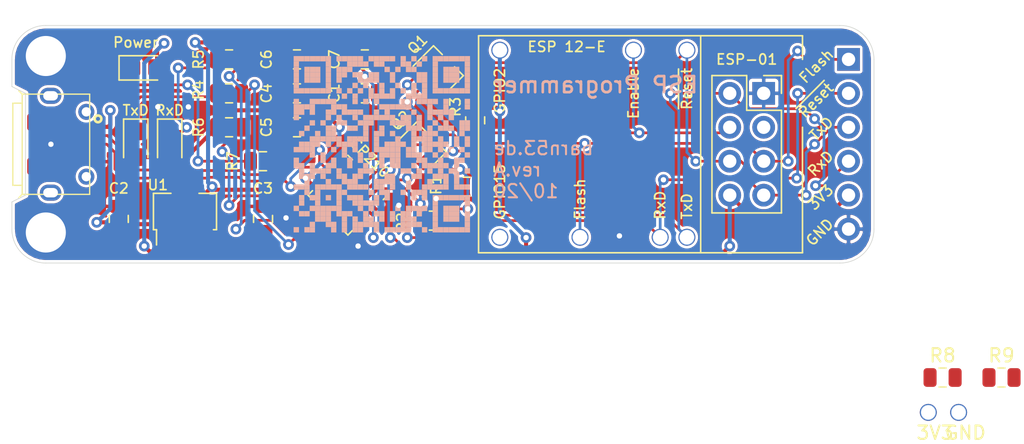
<source format=kicad_pcb>
(kicad_pcb (version 20171130) (host pcbnew "(5.1.6-0-10_14)")
  (layers (0 F.Cu signal) (31 B.Cu signal) (34 B.Paste user) (35 F.Paste user) (36 B.SilkS user hide) (37 F.SilkS user) (38 B.Mask user) (39 F.Mask user) (44 Edge.Cuts user))
  (net 0 "")
  (net 1 GND)
  (net 2 /~Reset)
  (net 3 /VBus)
  (net 4 /3V3)
  (net 5 /VDD)
  (net 6 "Net-(C7-Pad1)")
  (net 7 "Net-(D1-Pad1)")
  (net 8 "Net-(D2-Pad1)")
  (net 9 /D-)
  (net 10 /D+)
  (net 11 "Net-(J1-Pad4)")
  (net 12 /TxD)
  (net 13 /Flash)
  (net 14 /RxD)
  (net 15 /RTS)
  (net 16 "Net-(Q1-Pad1)")
  (net 17 /DTR)
  (net 18 "Net-(Q2-Pad1)")
  (net 19 /GPIO.0)
  (net 20 /GPIO.1)
  (net 21 "Net-(U2-Pad24)")
  (net 22 "Net-(U2-Pad22)")
  (net 23 "Net-(U2-Pad18)")
  (net 24 "Net-(U2-Pad17)")
  (net 25 "Net-(U2-Pad15)")
  (net 26 "Net-(U2-Pad12)")
  (net 27 "Net-(U2-Pad11)")
  (net 28 "Net-(U2-Pad10)")
  (net 29 "Net-(U2-Pad1)")
  (net 30 /Enable)
  (net 31 "Net-(R6-Pad2)")
  (net 32 "Net-(D3-Pad1)")
  (net 33 /GPIO2)
  (net 34 /GPIO15)
  (module Resistor_SMD:R_0805_2012Metric (layer F.Cu) (at 136.544001 115.246001)
    (fp_text reference R9 (at 0 -1.65) (layer F.SilkS))
    (fp_text value 10k)
    (pad 2 smd roundrect (at 0.9375 0) (size 0.975 1.4) (layers F.Cu F.Paste F.Mask) (net 34 /GPIO15))
    (pad 1 smd roundrect (at -0.9375 0) (size 0.975 1.4) (layers F.Cu F.Paste F.Mask) (net 1 GND))
  )
  (module Resistor_SMD:R_0805_2012Metric (layer F.Cu) (at 132.134001 115.246001)
    (fp_text reference R8 (at 0 -1.65) (layer F.SilkS))
    (fp_text value 10k)
    (pad 2 smd roundrect (at 0.9375 0) (size 0.975 1.4) (layers F.Cu F.Paste F.Mask) (net 4 /3V3))
    (pad 1 smd roundrect (at -0.9375 0) (size 0.975 1.4) (layers F.Cu F.Paste F.Mask) (net 33 /GPIO2))
  )
  (module barn53-kicad:PogoPin_vertical (layer F.Cu) (at 133.334 117.856)
    (fp_text reference J12 hide)
    (fp_text value GND (at 0.508 1.524) (layer F.SilkS))
    (pad 1 thru_hole circle (at 0 0) (size 1.27 1.27) (drill 1.0922) (layers *.Cu *.Mask) (net 1 GND))
  )
  (module barn53-kicad:PogoPin_vertical (layer F.Cu) (at 131.064 117.856)
    (fp_text reference J11 hide)
    (fp_text value 3V3 (at 0.508 1.524) (layer F.SilkS))
    (pad 1 thru_hole circle (at 0 0) (size 1.27 1.27) (drill 1.0922) (layers *.Cu *.Mask) (net 4 /3V3))
  )
  (module Connector_PinHeader_2.54mm:PinHeader_1x06_P2.54mm_Vertical (layer F.Cu) (at 125.095 91.44)
    (fp_text reference J10 hide)
    (fp_text value Conn_01x06)
    (pad 1 thru_hole rect (at 0 0) (size 1.7 1.7) (drill 1) (layers *.Cu *.Mask) (net 13 /Flash))
    (pad 2 thru_hole oval (at 0 2.54) (size 1.7 1.7) (drill 1) (layers *.Cu *.Mask) (net 2 /~Reset))
    (pad 3 thru_hole oval (at 0 5.08) (size 1.7 1.7) (drill 1) (layers *.Cu *.Mask) (net 12 /TxD))
    (pad 4 thru_hole oval (at 0 7.62) (size 1.7 1.7) (drill 1) (layers *.Cu *.Mask) (net 14 /RxD))
    (pad 5 thru_hole oval (at 0 10.16) (size 1.7 1.7) (drill 1) (layers *.Cu *.Mask) (net 4 /3V3))
    (pad 6 thru_hole oval (at 0 12.7) (size 1.7 1.7) (drill 1) (layers *.Cu *.Mask) (net 1 GND))
  )
  (module https:__barn53.de_esp-programmer (layer B.Cu) (at 90.17 97.79 180)
    (fp_text reference QR***** hide)
    (fp_text value https://barn53.de/esp-programmer hide)
  )
  (module barn53-kicad:PogoPin_vertical (layer F.Cu) (at 99 104.75)
    (fp_text reference J8 hide)
    (fp_text value GPIO15 (at 0 -1.25 90) (layer F.SilkS) (effects (font (size 0.762 0.762) (thickness 0.127)) (justify left)))
    (pad 1 thru_hole circle (at 0 0) (size 1.27 1.27) (drill 1.0922) (layers *.Cu *.Mask) (net 34 /GPIO15))
  )
  (module barn53-kicad:PogoPin_vertical (layer F.Cu) (at 99 90.75)
    (fp_text reference J7 hide)
    (fp_text value GPIO2 (at 0 1.25 90) (layer F.SilkS) (effects (font (size 0.762 0.762) (thickness 0.127)) (justify right)))
    (pad 1 thru_hole circle (at 0 0) (size 1.27 1.27) (drill 1.0922) (layers *.Cu *.Mask) (net 33 /GPIO2))
  )
  (module barn53-kicad:PogoPin_vertical (layer F.Cu) (at 105 104.75)
    (fp_text reference J6 hide)
    (fp_text value Flash (at 0 -1.25 90) (layer F.SilkS) (effects (font (size 0.762 0.762) (thickness 0.127)) (justify left)))
    (pad 1 thru_hole circle (at 0 0) (size 1.27 1.27) (drill 1.0922) (layers *.Cu *.Mask) (net 13 /Flash))
  )
  (module barn53-kicad:PogoPin_vertical (layer F.Cu) (at 109 90.75)
    (fp_text reference J5 hide)
    (fp_text value Enable (at 0 1.25 90) (layer F.SilkS) (effects (font (size 0.762 0.762) (thickness 0.127)) (justify right)))
    (pad 1 thru_hole circle (at 0 0) (size 1.27 1.27) (drill 1.0922) (layers *.Cu *.Mask) (net 30 /Enable))
  )
  (module barn53-kicad:PogoPin_vertical (layer F.Cu) (at 111 104.75)
    (fp_text reference J4 hide)
    (fp_text value RxD (at 0 -1.25 90) (layer F.SilkS) (effects (font (size 0.762 0.762) (thickness 0.127)) (justify left)))
    (pad 1 thru_hole circle (at 0 0) (size 1.27 1.27) (drill 1.0922) (layers *.Cu *.Mask) (net 12 /TxD))
  )
  (module barn53-kicad:PogoPin_vertical (layer F.Cu) (at 113 104.75)
    (fp_text reference J3 hide)
    (fp_text value TxD (at 0 -1.25 90) (layer F.SilkS) (effects (font (size 0.762 0.762) (thickness 0.127)) (justify left)))
    (pad 1 thru_hole circle (at 0 0) (size 1.27 1.27) (drill 1.0922) (layers *.Cu *.Mask) (net 14 /RxD))
  )
  (module barn53-kicad:PogoPin_vertical (layer F.Cu) (at 113 90.75 270)
    (fp_text reference J2 hide)
    (fp_text value ~Reset (at 1.25 0 90) (layer F.SilkS) (effects (font (size 0.762 0.762) (thickness 0.127)) (justify right)))
    (pad 1 thru_hole circle (at 0 0 270) (size 1.27 1.27) (drill 1.0922) (layers *.Cu *.Mask) (net 2 /~Reset))
  )
  (module Resistor_SMD:R_0805_2012Metric (layer F.Cu) (at 81.28 99.06 180)
    (fp_text reference R7 (at 2.286 0 90) (layer F.SilkS) (effects (font (size 0.762 0.762) (thickness 0.127))))
    (fp_text value 180)
    (pad 1 smd roundrect (at -0.9375 0 180) (size 0.975 1.4) (layers F.Cu F.Paste F.Mask) (net 1 GND))
    (pad 2 smd roundrect (at 0.9375 0 180) (size 0.975 1.4) (layers F.Cu F.Paste F.Mask) (net 32 "Net-(D3-Pad1)"))
  )
  (module LED_SMD:LED_0805_2012Metric_Castellated (layer F.Cu) (at 72.39 92.075)
    (fp_text reference D3 hide)
    (fp_text value Power (at -0.635 -1.905) (layer F.SilkS) (effects (font (size 0.762 0.762) (thickness 0.127))))
    (pad 1 smd roundrect (at -0.9625 0) (size 1.325 1.3) (layers F.Cu F.Paste F.Mask) (roundrect_rratio 0.192308) (net 32 "Net-(D3-Pad1)"))
    (pad 2 smd roundrect (at 0.9625 0) (size 1.325 1.3) (layers F.Cu F.Paste F.Mask) (roundrect_rratio 0.192308) (net 4 /3V3))
  )
  (module Resistor_SMD:R_0805_2012Metric (layer F.Cu) (at 97.155 96 90)
    (fp_text reference R3 (at 1.004 -1.484 90) (layer F.SilkS) (effects (font (size 0.762 0.762) (thickness 0.127))))
    (fp_text value 10k)
    (pad 1 smd roundrect (at -0.9375 0 90) (size 0.975 1.4) (layers F.Cu F.Paste F.Mask) (net 30 /Enable))
    (pad 2 smd roundrect (at 0.9375 0 90) (size 0.975 1.4) (layers F.Cu F.Paste F.Mask) (net 4 /3V3))
  )
  (module Connector_PinSocket_2.54mm:PinSocket_2x04_P2.54mm_Vertical (layer F.Cu) (at 118.745 93.98)
    (fp_text reference J9 hide)
    (fp_text value ESP-01 (at -1.27 -2.54 180) (layer F.SilkS) (effects (font (size 0.762 0.762) (thickness 0.127))))
    (pad 1 thru_hole rect (at 0 0) (size 1.7 1.7) (drill 1) (layers *.Cu *.Mask) (net 1 GND))
    (pad 2 thru_hole oval (at -2.54 0) (size 1.7 1.7) (drill 1) (layers *.Cu *.Mask) (net 14 /RxD))
    (pad 3 thru_hole oval (at 0 2.54) (size 1.7 1.7) (drill 1) (layers *.Cu *.Mask) (net 33 /GPIO2))
    (pad 4 thru_hole oval (at -2.54 2.54) (size 1.7 1.7) (drill 1) (layers *.Cu *.Mask) (net 30 /Enable))
    (pad 5 thru_hole oval (at 0 5.08) (size 1.7 1.7) (drill 1) (layers *.Cu *.Mask) (net 13 /Flash))
    (pad 6 thru_hole oval (at -2.54 5.08) (size 1.7 1.7) (drill 1) (layers *.Cu *.Mask) (net 2 /~Reset))
    (pad 7 thru_hole oval (at 0 7.62) (size 1.7 1.7) (drill 1) (layers *.Cu *.Mask) (net 12 /TxD))
    (pad 8 thru_hole oval (at -2.54 7.62) (size 1.7 1.7) (drill 1) (layers *.Cu *.Mask) (net 4 /3V3))
  )
  (module Package_DFN_QFN:QFN-24-1EP_4x4mm_P0.5mm_EP2.6x2.6mm (layer F.Cu) (at 87.63 101.6 315)
    (fp_text reference U2 hide)
    (fp_text value CP2104 (at -0.449013 -3.14309 315) (layer F.SilkS) (effects (font (size 0.762 0.762) (thickness 0.127))))
    (pad 1 smd roundrect (at -1.9375 -1.25 315) (size 0.825 0.25) (layers F.Cu F.Paste F.Mask) (net 29 "Net-(U2-Pad1)"))
    (pad 2 smd roundrect (at -1.9375 -0.75 315) (size 0.825 0.25) (layers F.Cu F.Paste F.Mask) (net 1 GND))
    (pad 3 smd roundrect (at -1.9375 -0.25 315) (size 0.825 0.25) (layers F.Cu F.Paste F.Mask) (net 10 /D+))
    (pad 4 smd roundrect (at -1.9375 0.25 315) (size 0.825 0.25) (layers F.Cu F.Paste F.Mask) (net 9 /D-))
    (pad 5 smd roundrect (at -1.9375 0.75 315) (size 0.825 0.25) (layers F.Cu F.Paste F.Mask) (net 5 /VDD))
    (pad 6 smd roundrect (at -1.9375 1.25 315) (size 0.825 0.25) (layers F.Cu F.Paste F.Mask) (net 5 /VDD))
    (pad 7 smd roundrect (at -1.25 1.9375 315) (size 0.25 0.825) (layers F.Cu F.Paste F.Mask) (net 3 /VBus))
    (pad 8 smd roundrect (at -0.75 1.9375 315) (size 0.25 0.825) (layers F.Cu F.Paste F.Mask) (net 3 /VBus))
    (pad 9 smd roundrect (at -0.25 1.9375 315) (size 0.25 0.825) (layers F.Cu F.Paste F.Mask) (net 31 "Net-(R6-Pad2)"))
    (pad 10 smd roundrect (at 0.25 1.9375 315) (size 0.25 0.825) (layers F.Cu F.Paste F.Mask) (net 28 "Net-(U2-Pad10)"))
    (pad 11 smd roundrect (at 0.75 1.9375 315) (size 0.25 0.825) (layers F.Cu F.Paste F.Mask) (net 27 "Net-(U2-Pad11)"))
    (pad 12 smd roundrect (at 1.25 1.9375 315) (size 0.25 0.825) (layers F.Cu F.Paste F.Mask) (net 26 "Net-(U2-Pad12)"))
    (pad 13 smd roundrect (at 1.9375 1.25 315) (size 0.825 0.25) (layers F.Cu F.Paste F.Mask) (net 20 /GPIO.1))
    (pad 14 smd roundrect (at 1.9375 0.75 315) (size 0.825 0.25) (layers F.Cu F.Paste F.Mask) (net 19 /GPIO.0))
    (pad 15 smd roundrect (at 1.9375 0.25 315) (size 0.825 0.25) (layers F.Cu F.Paste F.Mask) (net 25 "Net-(U2-Pad15)"))
    (pad 16 smd roundrect (at 1.9375 -0.25 315) (size 0.825 0.25) (layers F.Cu F.Paste F.Mask) (net 6 "Net-(C7-Pad1)"))
    (pad 17 smd roundrect (at 1.9375 -0.75 315) (size 0.825 0.25) (layers F.Cu F.Paste F.Mask) (net 24 "Net-(U2-Pad17)"))
    (pad 18 smd roundrect (at 1.9375 -1.25 315) (size 0.825 0.25) (layers F.Cu F.Paste F.Mask) (net 23 "Net-(U2-Pad18)"))
    (pad 19 smd roundrect (at 1.25 -1.9375 315) (size 0.25 0.825) (layers F.Cu F.Paste F.Mask) (net 15 /RTS))
    (pad 20 smd roundrect (at 0.75 -1.9375 315) (size 0.25 0.825) (layers F.Cu F.Paste F.Mask) (net 14 /RxD))
    (pad 21 smd roundrect (at 0.25 -1.9375 315) (size 0.25 0.825) (layers F.Cu F.Paste F.Mask) (net 12 /TxD))
    (pad 22 smd roundrect (at -0.25 -1.9375 315) (size 0.25 0.825) (layers F.Cu F.Paste F.Mask) (net 22 "Net-(U2-Pad22)"))
    (pad 23 smd roundrect (at -0.75 -1.9375 315) (size 0.25 0.825) (layers F.Cu F.Paste F.Mask) (net 17 /DTR))
    (pad 24 smd roundrect (at -1.25 -1.9375 315) (size 0.25 0.825) (layers F.Cu F.Paste F.Mask) (net 21 "Net-(U2-Pad24)"))
    (pad 25 smd rect (at 0 0 315) (size 2.6 2.6) (layers F.Cu F.Mask) (net 1 GND))
  )
  (module Package_TO_SOT_SMD:SOT-89-3 (layer F.Cu) (at 75.438 103.124 90)
    (fp_text reference U1 (at 2.286 -2.032 180) (layer F.SilkS) (effects (font (size 0.762 0.762) (thickness 0.127))))
    (fp_text value BL8565)
    (pad 1 smd rect (at -1.65 -1.5 90) (size 1.3 0.9) (layers F.Cu F.Paste F.Mask) (net 1 GND))
    (pad 3 smd rect (at -1.65 1.5 90) (size 1.3 0.9) (layers F.Cu F.Paste F.Mask) (net 4 /3V3))
    (pad 2 smd custom (at -1.5625 0 90) (size 1.475 0.9) (layers F.Cu F.Paste F.Mask) (net 3 /VBus) (options (clearance outline) (anchor rect)) (primitives (gr_poly (pts (xy 0.7375 -0.8665) (xy 3.8625 -0.8665) (xy 3.8625 0.8665) (xy 0.7375 0.8665)) (width 0))))
  )
  (module Resistor_SMD:R_0805_2012Metric (layer F.Cu) (at 78.74 96.52)
    (fp_text reference R6 (at -2.286 0 90) (layer F.SilkS) (effects (font (size 0.762 0.762) (thickness 0.127))))
    (fp_text value 4k7)
    (pad 1 smd roundrect (at -0.9375 0) (size 0.975 1.4) (layers F.Cu F.Paste F.Mask) (net 5 /VDD))
    (pad 2 smd roundrect (at 0.9375 0) (size 0.975 1.4) (layers F.Cu F.Paste F.Mask) (net 31 "Net-(R6-Pad2)"))
  )
  (module Resistor_SMD:R_0805_2012Metric (layer F.Cu) (at 78.74 91.44)
    (fp_text reference R5 (at -2.286 0 90) (layer F.SilkS) (effects (font (size 0.762 0.762) (thickness 0.127))))
    (fp_text value 180)
    (pad 1 smd roundrect (at -0.9375 0) (size 0.975 1.4) (layers F.Cu F.Paste F.Mask) (net 8 "Net-(D2-Pad1)"))
    (pad 2 smd roundrect (at 0.9375 0) (size 0.975 1.4) (layers F.Cu F.Paste F.Mask) (net 20 /GPIO.1))
  )
  (module Resistor_SMD:R_0805_2012Metric (layer F.Cu) (at 78.74 93.98)
    (fp_text reference R4 (at -2.286 -0.254 90) (layer F.SilkS) (effects (font (size 0.762 0.762) (thickness 0.127))))
    (fp_text value 180)
    (pad 1 smd roundrect (at -0.9375 0) (size 0.975 1.4) (layers F.Cu F.Paste F.Mask) (net 7 "Net-(D1-Pad1)"))
    (pad 2 smd roundrect (at 0.9375 0) (size 0.975 1.4) (layers F.Cu F.Paste F.Mask) (net 19 /GPIO.0))
  )
  (module Resistor_SMD:R_0805_2012Metric (layer F.Cu) (at 93.98 103.505 180)
    (fp_text reference R2 (at 2.286 -0.127 90) (layer F.SilkS) (effects (font (size 0.762 0.762) (thickness 0.127))))
    (fp_text value 10k)
    (pad 1 smd roundrect (at -0.9375 0 180) (size 0.975 1.4) (layers F.Cu F.Paste F.Mask) (net 18 "Net-(Q2-Pad1)"))
    (pad 2 smd roundrect (at 0.9375 0 180) (size 0.975 1.4) (layers F.Cu F.Paste F.Mask) (net 15 /RTS))
  )
  (module Resistor_SMD:R_0805_2012Metric (layer F.Cu) (at 96.52 100.965 180)
    (fp_text reference R1 (at 2.286 0.127 90) (layer F.SilkS) (effects (font (size 0.762 0.762) (thickness 0.127))))
    (fp_text value 10k)
    (pad 1 smd roundrect (at -0.9375 0 180) (size 0.975 1.4) (layers F.Cu F.Paste F.Mask) (net 16 "Net-(Q1-Pad1)"))
    (pad 2 smd roundrect (at 0.9375 0 180) (size 0.975 1.4) (layers F.Cu F.Paste F.Mask) (net 17 /DTR))
  )
  (module Package_TO_SOT_SMD:SOT-23 (layer F.Cu) (at 93.345 97.79 45)
    (fp_text reference Q2 (at 0 -2.5 45) (layer F.SilkS) (effects (font (size 0.762 0.762) (thickness 0.127))))
    (fp_text value S8050_J3Y)
    (pad 1 smd rect (at -1 -0.95 45) (size 0.9 0.8) (layers F.Cu F.Paste F.Mask) (net 18 "Net-(Q2-Pad1)"))
    (pad 2 smd rect (at -1 0.95 45) (size 0.9 0.8) (layers F.Cu F.Paste F.Mask) (net 17 /DTR))
    (pad 3 smd rect (at 1 0 45) (size 0.9 0.8) (layers F.Cu F.Paste F.Mask) (net 13 /Flash))
  )
  (module Package_TO_SOT_SMD:SOT-23 (layer F.Cu) (at 94.615 92.075 45)
    (fp_text reference Q1 (at 0 -2.5 45) (layer F.SilkS) (effects (font (size 0.762 0.762) (thickness 0.127))))
    (fp_text value S8050_J3Y)
    (pad 1 smd rect (at -1 -0.95 45) (size 0.9 0.8) (layers F.Cu F.Paste F.Mask) (net 16 "Net-(Q1-Pad1)"))
    (pad 2 smd rect (at -1 0.95 45) (size 0.9 0.8) (layers F.Cu F.Paste F.Mask) (net 15 /RTS))
    (pad 3 smd rect (at 1 0 45) (size 0.9 0.8) (layers F.Cu F.Paste F.Mask) (net 2 /~Reset))
  )
  (module barn53-kicad:MicroUSB_through_hole_fixing (layer F.Cu) (at 68.58 97.79 270)
    (fp_text reference J1 hide)
    (fp_text value USB_B_Micro)
    (pad "" thru_hole oval (at 3.625 3.2 90) (size 1.2 1.6) (drill oval 0.7 1.1) (layers *.Cu *.Mask))
    (pad "" thru_hole oval (at -3.625 3.2 90) (size 1.2 1.6) (drill oval 0.7 1.1) (layers *.Cu *.Mask))
    (pad "" thru_hole circle (at 2.425 0.525 90) (size 1.2 1.2) (drill 0.7) (layers *.Cu *.Mask))
    (pad "" thru_hole circle (at -2.425 0.525 90) (size 1.2 1.2) (drill 0.7) (layers *.Cu *.Mask))
    (pad 5 smd rect (at 1.3 0 270) (size 0.4 1.6) (layers F.Cu F.Paste F.Mask) (net 1 GND))
    (pad 4 smd rect (at 0.65 0 270) (size 0.4 1.6) (layers F.Cu F.Paste F.Mask) (net 11 "Net-(J1-Pad4)"))
    (pad 3 smd rect (at 0 0 270) (size 0.4 1.6) (layers F.Cu F.Paste F.Mask) (net 10 /D+))
    (pad 2 smd rect (at -0.65 0 270) (size 0.4 1.6) (layers F.Cu F.Paste F.Mask) (net 9 /D-))
    (pad 1 smd rect (at -1.3 0 270) (size 0.4 1.6) (layers F.Cu F.Paste F.Mask) (net 3 /VBus))
    (pad 6 smd roundrect (at -1.65 4.5 270) (size 1.3 0.9) (layers F.Cu F.Paste F.Mask) (net 1 GND))
    (pad 6 smd roundrect (at 1.65 4.5 270) (size 1.3 0.9) (layers F.Cu F.Paste F.Mask) (net 1 GND))
  )
  (module LED_SMD:LED_0805_2012Metric_Castellated (layer F.Cu) (at 74.295 97.79 270)
    (fp_text reference D2 hide)
    (fp_text value RxD (at -2.54 0 180) (layer F.SilkS) (effects (font (size 0.762 0.762) (thickness 0.127))))
    (pad 1 smd roundrect (at -0.9625 0 270) (size 1.325 1.3) (layers F.Cu F.Paste F.Mask) (roundrect_rratio 0.192308) (net 8 "Net-(D2-Pad1)"))
    (pad 2 smd roundrect (at 0.9625 0 270) (size 1.325 1.3) (layers F.Cu F.Paste F.Mask) (roundrect_rratio 0.192308) (net 5 /VDD))
  )
  (module LED_SMD:LED_0805_2012Metric_Castellated (layer F.Cu) (at 71.755 97.79 270)
    (fp_text reference D1 hide)
    (fp_text value TxD (at -2.54 0 180) (layer F.SilkS) (effects (font (size 0.762 0.762) (thickness 0.127))))
    (pad 1 smd roundrect (at -0.9625 0 270) (size 1.325 1.3) (layers F.Cu F.Paste F.Mask) (roundrect_rratio 0.192308) (net 7 "Net-(D1-Pad1)"))
    (pad 2 smd roundrect (at 0.9625 0 270) (size 1.325 1.3) (layers F.Cu F.Paste F.Mask) (roundrect_rratio 0.192308) (net 5 /VDD))
  )
  (module Capacitor_SMD:C_0805_2012Metric (layer F.Cu) (at 88.9 91.44)
    (fp_text reference C7 (at -2.286 0 90) (layer F.SilkS) (effects (font (size 0.762 0.762) (thickness 0.127))))
    (fp_text value 4u7)
    (pad 1 smd roundrect (at -0.9375 0) (size 0.975 1.4) (layers F.Cu F.Paste F.Mask) (net 6 "Net-(C7-Pad1)"))
    (pad 2 smd roundrect (at 0.9375 0) (size 0.975 1.4) (layers F.Cu F.Paste F.Mask) (net 1 GND))
  )
  (module Capacitor_SMD:C_0805_2012Metric (layer F.Cu) (at 83.82 91.44 180)
    (fp_text reference C6 (at 2.286 0 90) (layer F.SilkS) (effects (font (size 0.762 0.762) (thickness 0.127))))
    (fp_text value 1u)
    (pad 1 smd roundrect (at -0.9375 0 180) (size 0.975 1.4) (layers F.Cu F.Paste F.Mask) (net 3 /VBus))
    (pad 2 smd roundrect (at 0.9375 0 180) (size 0.975 1.4) (layers F.Cu F.Paste F.Mask) (net 1 GND))
  )
  (module Capacitor_SMD:C_0805_2012Metric (layer F.Cu) (at 83.82 96.52)
    (fp_text reference C5 (at -2.286 0 90) (layer F.SilkS) (effects (font (size 0.762 0.762) (thickness 0.127))))
    (fp_text value 4u7)
    (pad 1 smd roundrect (at -0.9375 0) (size 0.975 1.4) (layers F.Cu F.Paste F.Mask) (net 5 /VDD))
    (pad 2 smd roundrect (at 0.9375 0) (size 0.975 1.4) (layers F.Cu F.Paste F.Mask) (net 1 GND))
  )
  (module Capacitor_SMD:C_0805_2012Metric (layer F.Cu) (at 83.82 93.98)
    (fp_text reference C4 (at -2.286 0 90) (layer F.SilkS) (effects (font (size 0.762 0.762) (thickness 0.127))))
    (fp_text value 100n)
    (pad 1 smd roundrect (at -0.9375 0) (size 0.975 1.4) (layers F.Cu F.Paste F.Mask) (net 5 /VDD))
    (pad 2 smd roundrect (at 0.9375 0) (size 0.975 1.4) (layers F.Cu F.Paste F.Mask) (net 1 GND))
  )
  (module Capacitor_SMD:C_0805_2012Metric (layer F.Cu) (at 81.28 103.378 90)
    (fp_text reference C3 (at 2.286 0 180) (layer F.SilkS) (effects (font (size 0.762 0.762) (thickness 0.127))))
    (fp_text value 4u7)
    (pad 1 smd roundrect (at -0.9375 0 90) (size 0.975 1.4) (layers F.Cu F.Paste F.Mask) (net 4 /3V3))
    (pad 2 smd roundrect (at 0.9375 0 90) (size 0.975 1.4) (layers F.Cu F.Paste F.Mask) (net 1 GND))
  )
  (module Capacitor_SMD:C_0805_2012Metric (layer F.Cu) (at 70.485 103.378 90)
    (fp_text reference C2 (at 2.286 0 180) (layer F.SilkS) (effects (font (size 0.762 0.762) (thickness 0.127))))
    (fp_text value 1u)
    (pad 1 smd roundrect (at -0.9375 0 90) (size 0.975 1.4) (layers F.Cu F.Paste F.Mask) (net 3 /VBus))
    (pad 2 smd roundrect (at 0.9375 0 90) (size 0.975 1.4) (layers F.Cu F.Paste F.Mask) (net 1 GND))
  )
  (module Capacitor_SMD:C_0805_2012Metric (layer F.Cu) (at 88.9 93.98 180)
    (fp_text reference C1 (at 2.286 0 90) (layer F.SilkS) (effects (font (size 0.762 0.762) (thickness 0.127))))
    (fp_text value 100n)
    (pad 1 smd roundrect (at -0.9375 0 180) (size 0.975 1.4) (layers F.Cu F.Paste F.Mask) (net 2 /~Reset))
    (pad 2 smd roundrect (at 0.9375 0 180) (size 0.975 1.4) (layers F.Cu F.Paste F.Mask) (net 1 GND))
  )
  (gr_line (start 62.484 102.108) (end 62.484 104.14) (layer Edge.Cuts) (width 0.05))
  (gr_line (start 63.5 101.6) (end 62.484 102.108) (layer Edge.Cuts) (width 0.05))
  (gr_line (start 62.484 93.472) (end 63.5 93.98) (layer Edge.Cuts) (width 0.05))
  (gr_line (start 62.484 91.44) (end 62.484 93.472) (layer Edge.Cuts) (width 0.05))
  (gr_line (start 121.65 89.67) (end 121.65 91.44) (layer F.SilkS) (width 0.12))
  (gr_text Flash (at 123.825 90.805 45) (layer F.SilkS) (effects (font (size 0.762 0.762) (thickness 0.127)) (justify right)))
  (gr_text ~Reset (at 123.825 93.345 45) (layer F.SilkS) (effects (font (size 0.762 0.762) (thickness 0.127)) (justify right)))
  (gr_text TxD (at 123.825 95.885 45) (layer F.SilkS) (effects (font (size 0.762 0.762) (thickness 0.127)) (justify right)))
  (gr_text RxD (at 123.825 98.425 45) (layer F.SilkS) (effects (font (size 0.762 0.762) (thickness 0.127)) (justify right)))
  (gr_text 3V3 (at 123.825 100.965 45) (layer F.SilkS) (effects (font (size 0.762 0.762) (thickness 0.127)) (justify right)))
  (gr_text GND (at 123.825 103.505 45) (layer F.SilkS) (effects (font (size 0.762 0.762) (thickness 0.127)) (justify right)))
  (gr_text "barn53.de\nrev.A\n10/20" (at 98.425 99.695) (layer B.SilkS) (effects (font (size 1 1)) (justify right mirror)))
  (gr_text "ESP Programmer" (at 98.425 93.345) (layer B.SilkS) (effects (font (size 1.2 1.2) (thickness 0.2)) (justify right mirror)))
  (gr_line (start 114.03 89.67) (end 114.03 105.91) (layer F.SilkS) (width 0.12))
  (gr_line (start 97.41 105.91) (end 97.41 89.67) (layer F.SilkS) (width 0.12))
  (gr_line (start 121.65 105.91) (end 97.41 105.91) (layer F.SilkS) (width 0.12))
  (gr_line (start 121.65 96.52) (end 121.65 105.91) (layer F.SilkS) (width 0.12))
  (gr_line (start 97.41 89.67) (end 121.65 89.67) (layer F.SilkS) (width 0.12))
  (gr_text "ESP 12-E" (at 104 90.5) (layer F.SilkS) (effects (font (size 0.762 0.762) (thickness 0.127))))
  (gr_arc (start 124.46 91.44) (end 127 91.44) (angle -90) (layer Edge.Cuts) (width 0.05))
  (gr_arc (start 124.46 104.14) (end 124.46 106.68) (angle -90) (layer Edge.Cuts) (width 0.05))
  (gr_arc (start 65.024 104.14) (end 62.484 104.14) (angle -90) (layer Edge.Cuts) (width 0.05))
  (gr_arc (start 65.024 91.44) (end 65.024 88.9) (angle -90) (layer Edge.Cuts) (width 0.05))
  (gr_line (start 127 104.14) (end 127 91.44) (layer Edge.Cuts) (width 0.05))
  (gr_line (start 65.024 106.68) (end 124.46 106.68) (layer Edge.Cuts) (width 0.05))
  (gr_line (start 63.5 93.98) (end 63.5 101.6) (layer Edge.Cuts) (width 0.05))
  (gr_line (start 65.024 88.9) (end 124.46 88.9) (layer Edge.Cuts) (width 0.05))
  (via (at 65.024 104.394) (size 4) (drill 3) (layers F.Cu B.Cu) (net 1))
  (segment (start 64.08 96.14) (end 64.08 99.44) (width 0.3048) (layer F.Cu) (net 1))
  (segment (start 64.43 99.09) (end 64.08 99.44) (width 0.3048) (layer F.Cu) (net 1))
  (segment (start 68.58 99.09) (end 64.43 99.09) (width 0.3048) (layer F.Cu) (net 1))
  (via (at 65.405 97.79) (size 0.8) (drill 0.4) (layers F.Cu B.Cu) (net 1))
  (segment (start 87.63 100.53934) (end 87.63 101.6) (width 0.3048) (layer F.Cu) (net 1))
  (segment (start 86.790311 99.699651) (end 87.63 100.53934) (width 0.3048) (layer F.Cu) (net 1))
  (via (at 83 103.3) (size 0.8) (drill 0.4) (layers F.Cu B.Cu) (net 1))
  (via (at 65.024 91.186) (size 4) (drill 3) (layers F.Cu B.Cu) (net 1))
  (via (at 107.95 104.648) (size 0.8) (drill 0.4) (layers F.Cu B.Cu) (net 1))
  (via (at 94.234 101.854) (size 0.8) (drill 0.4) (layers F.Cu B.Cu) (net 1))
  (via (at 91.44 102.362) (size 0.8) (drill 0.4) (layers F.Cu B.Cu) (net 1))
  (via (at 73.406 94.996) (size 0.8) (drill 0.4) (layers F.Cu B.Cu) (net 1))
  (via (at 75.692 94.996) (size 0.8) (drill 0.4) (layers F.Cu B.Cu) (net 1))
  (via (at 88.392 105.41) (size 0.8) (drill 0.4) (layers F.Cu B.Cu) (net 1))
  (segment (start 92.73245 91.08505) (end 95.039264 91.08505) (width 0.2032) (layer F.Cu) (net 2))
  (segment (start 95.039264 91.08505) (end 95.322107 91.367893) (width 0.2032) (layer F.Cu) (net 2))
  (segment (start 89.8375 93.98) (end 92.73245 91.08505) (width 0.2032) (layer F.Cu) (net 2))
  (segment (start 112.063399 91.686601) (end 113 90.75) (width 0.2032) (layer F.Cu) (net 2))
  (segment (start 95.640815 91.686601) (end 112.063399 91.686601) (width 0.2032) (layer F.Cu) (net 2))
  (segment (start 95.322107 91.367893) (end 95.640815 91.686601) (width 0.2032) (layer F.Cu) (net 2))
  (via (at 113.665 99.06) (size 0.8) (drill 0.4) (layers F.Cu B.Cu) (net 2))
  (segment (start 113 98.395) (end 113.665 99.06) (width 0.2032) (layer B.Cu) (net 2))
  (segment (start 113 90.75) (end 113 98.395) (width 0.2032) (layer B.Cu) (net 2))
  (segment (start 116.205 99.06) (end 113.665 99.06) (width 0.2032) (layer F.Cu) (net 2))
  (via (at 121.285 93.98) (size 0.8) (drill 0.4) (layers F.Cu B.Cu) (net 2))
  (segment (start 121.285 93.98) (end 125.095 93.98) (width 0.2032) (layer F.Cu) (net 2))
  (segment (start 117.04063 99.06) (end 118.31063 100.33) (width 0.2032) (layer F.Cu) (net 2))
  (segment (start 116.205 99.06) (end 117.04063 99.06) (width 0.2032) (layer F.Cu) (net 2))
  (segment (start 118.31063 100.33) (end 121.21839 100.33) (width 0.2032) (layer F.Cu) (net 2))
  (segment (start 121.285 93.98) (end 121.285 100.26339) (width 0.2032) (layer B.Cu) (net 2))
  (via (at 121.21839 100.33) (size 0.8) (drill 0.4) (layers F.Cu B.Cu) (net 2))
  (segment (start 121.285 100.26339) (end 121.21839 100.33) (width 0.2032) (layer B.Cu) (net 2))
  (segment (start 85.376098 102.086136) (end 85.729651 102.439689) (width 0.3048) (layer F.Cu) (net 3))
  (segment (start 85.376097 102.086136) (end 85.376098 102.086136) (width 0.3048) (layer F.Cu) (net 3))
  (segment (start 84.7575 91.44) (end 84.7575 90.4725) (width 0.3048) (layer F.Cu) (net 3))
  (via (at 76.2 90.17) (size 0.8) (drill 0.4) (layers F.Cu B.Cu) (net 3))
  (segment (start 84.455 90.17) (end 76.2 90.17) (width 0.3048) (layer F.Cu) (net 3))
  (segment (start 84.7575 90.4725) (end 84.455 90.17) (width 0.3048) (layer F.Cu) (net 3))
  (via (at 77.47 100.965) (size 0.8) (drill 0.4) (layers F.Cu B.Cu) (net 3))
  (segment (start 75.438 104.6865) (end 75.438 102.997) (width 0.3048) (layer F.Cu) (net 3))
  (segment (start 77.165058 91.135058) (end 77.165058 100.660058) (width 0.3048) (layer B.Cu) (net 3))
  (segment (start 76.2 90.17) (end 77.165058 91.135058) (width 0.3048) (layer B.Cu) (net 3))
  (segment (start 77.165058 100.660058) (end 77.47 100.965) (width 0.3048) (layer B.Cu) (net 3))
  (segment (start 75.438 102.997) (end 77.47 100.965) (width 0.3048) (layer F.Cu) (net 3))
  (via (at 68.834 103.632) (size 0.8) (drill 0.4) (layers F.Cu B.Cu) (net 3))
  (segment (start 69.85 102.616) (end 68.834 103.632) (width 0.3048) (layer B.Cu) (net 3))
  (segment (start 69.85 95.25) (end 69.85 102.616) (width 0.3048) (layer B.Cu) (net 3))
  (segment (start 69.6848 96.49) (end 69.85 96.3248) (width 0.3048) (layer F.Cu) (net 3))
  (segment (start 68.58 96.49) (end 69.6848 96.49) (width 0.3048) (layer F.Cu) (net 3))
  (via (at 69.85 95.25) (size 0.8) (drill 0.4) (layers F.Cu B.Cu) (net 3))
  (segment (start 69.85 96.3248) (end 69.85 95.25) (width 0.3048) (layer F.Cu) (net 3))
  (segment (start 69.8015 103.632) (end 70.485 104.3155) (width 0.3048) (layer F.Cu) (net 3))
  (segment (start 68.834 103.632) (end 69.8015 103.632) (width 0.3048) (layer F.Cu) (net 3))
  (segment (start 74.669921 103.771599) (end 75.438 104.539678) (width 0.3048) (layer F.Cu) (net 3))
  (segment (start 71.028901 103.771599) (end 74.669921 103.771599) (width 0.3048) (layer F.Cu) (net 3))
  (segment (start 75.438 104.539678) (end 75.438 104.6865) (width 0.3048) (layer F.Cu) (net 3))
  (segment (start 70.485 104.3155) (end 71.028901 103.771599) (width 0.3048) (layer F.Cu) (net 3))
  (segment (start 85.376097 102.086136) (end 83.424204 102.086136) (width 0.3048) (layer F.Cu) (net 3))
  (segment (start 83.424204 102.086136) (end 82.535447 101.197379) (width 0.3048) (layer F.Cu) (net 3))
  (segment (start 82.535447 101.197379) (end 77.702379 101.197379) (width 0.3048) (layer F.Cu) (net 3))
  (segment (start 77.702379 101.197379) (end 77.47 100.965) (width 0.3048) (layer F.Cu) (net 3))
  (segment (start 98.5625 90.75) (end 99 90.75) (width 0.3048) (layer F.Cu) (net 4))
  (via (at 72.39 105.41) (size 0.8) (drill 0.4) (layers F.Cu B.Cu) (net 4))
  (segment (start 76.938 105.7288) (end 76.938 104.774) (width 0.3048) (layer F.Cu) (net 4))
  (segment (start 76.856801 105.809999) (end 76.938 105.7288) (width 0.3048) (layer F.Cu) (net 4))
  (segment (start 72.789999 105.809999) (end 76.856801 105.809999) (width 0.3048) (layer F.Cu) (net 4))
  (segment (start 72.39 105.41) (end 72.789999 105.809999) (width 0.3048) (layer F.Cu) (net 4))
  (via (at 116.205 105.41) (size 0.8) (drill 0.4) (layers F.Cu B.Cu) (net 4))
  (segment (start 115.57 106.045) (end 116.205 105.41) (width 0.3048) (layer F.Cu) (net 4))
  (segment (start 114.3 106.045) (end 115.57 106.045) (width 0.3048) (layer F.Cu) (net 4))
  (via (at 100.965 104.775) (size 0.8) (drill 0.4) (layers F.Cu B.Cu) (net 4))
  (segment (start 99 102.81) (end 100.965 104.775) (width 0.3048) (layer B.Cu) (net 4))
  (segment (start 100.965 104.775) (end 100.965 106.045) (width 0.3048) (layer F.Cu) (net 4))
  (segment (start 100.965 106.045) (end 114.3 106.045) (width 0.3048) (layer F.Cu) (net 4))
  (via (at 99 95.31) (size 0.8) (drill 0.4) (layers F.Cu B.Cu) (net 4))
  (segment (start 98.7525 95.0625) (end 99 95.31) (width 0.3048) (layer F.Cu) (net 4))
  (segment (start 97.155 95.0625) (end 98.7525 95.0625) (width 0.3048) (layer F.Cu) (net 4))
  (segment (start 99 95.31) (end 99 102.81) (width 0.3048) (layer B.Cu) (net 4))
  (segment (start 99 90.75) (end 99 95.31) (width 0.3048) (layer B.Cu) (net 4))
  (segment (start 116.205 105.41) (end 116.205 101.6) (width 0.3048) (layer B.Cu) (net 4))
  (segment (start 123.892599 102.802401) (end 125.095 101.6) (width 0.3048) (layer F.Cu) (net 4))
  (segment (start 117.407401 102.802401) (end 123.892599 102.802401) (width 0.3048) (layer F.Cu) (net 4))
  (segment (start 116.205 101.6) (end 117.407401 102.802401) (width 0.3048) (layer F.Cu) (net 4))
  (segment (start 72.39 105.41) (end 72.39 91.718958) (width 0.3048) (layer B.Cu) (net 4))
  (segment (start 73.3525 90.756458) (end 73.875397 90.233561) (width 0.3048) (layer F.Cu) (net 4))
  (via (at 73.875397 90.233561) (size 0.8) (drill 0.4) (layers F.Cu B.Cu) (net 4))
  (segment (start 73.3525 92.075) (end 73.3525 90.756458) (width 0.3048) (layer F.Cu) (net 4))
  (segment (start 72.39 91.718958) (end 73.875397 90.233561) (width 0.3048) (layer B.Cu) (net 4))
  (segment (start 88.870554 106.045) (end 100.965 106.045) (width 0.3048) (layer F.Cu) (net 4))
  (segment (start 88.753153 106.162401) (end 88.870554 106.045) (width 0.3048) (layer F.Cu) (net 4))
  (segment (start 81.915 106.045) (end 87.913446 106.045) (width 0.3048) (layer F.Cu) (net 4))
  (segment (start 88.030847 106.162401) (end 88.753153 106.162401) (width 0.3048) (layer F.Cu) (net 4))
  (segment (start 87.913446 106.045) (end 88.030847 106.162401) (width 0.3048) (layer F.Cu) (net 4))
  (segment (start 81.28 105.41) (end 81.915 106.045) (width 0.3048) (layer F.Cu) (net 4))
  (segment (start 81.28 104.3155) (end 81.28 105.41) (width 0.3048) (layer F.Cu) (net 4))
  (segment (start 76.938 104.774) (end 77.056401 104.892401) (width 0.3048) (layer F.Cu) (net 4))
  (segment (start 77.056401 104.892401) (end 80.703099 104.892401) (width 0.3048) (layer F.Cu) (net 4))
  (segment (start 80.703099 104.892401) (end 81.28 104.3155) (width 0.3048) (layer F.Cu) (net 4))
  (segment (start 85.72965 100.760311) (end 85.376097 101.113864) (width 0.3048) (layer F.Cu) (net 5))
  (segment (start 85.729651 100.760311) (end 85.72965 100.760311) (width 0.3048) (layer F.Cu) (net 5))
  (via (at 84.455 100.33) (size 0.8) (drill 0.4) (layers F.Cu B.Cu) (net 5))
  (segment (start 84.885311 100.760311) (end 84.455 100.33) (width 0.3048) (layer F.Cu) (net 5))
  (segment (start 85.729651 100.760311) (end 84.885311 100.760311) (width 0.3048) (layer F.Cu) (net 5))
  (via (at 86.995 96.52) (size 0.8) (drill 0.4) (layers F.Cu B.Cu) (net 5))
  (segment (start 86.995 97.79) (end 86.995 96.52) (width 0.3048) (layer B.Cu) (net 5))
  (segment (start 84.455 100.33) (end 86.995 97.79) (width 0.3048) (layer B.Cu) (net 5))
  (segment (start 83.93491 95.46759) (end 82.8825 96.52) (width 0.3048) (layer F.Cu) (net 5))
  (segment (start 85.94259 95.46759) (end 83.93491 95.46759) (width 0.3048) (layer F.Cu) (net 5))
  (segment (start 86.995 96.52) (end 85.94259 95.46759) (width 0.3048) (layer F.Cu) (net 5))
  (segment (start 71.755 98.7525) (end 74.295 98.7525) (width 0.3048) (layer F.Cu) (net 5))
  (segment (start 75.57 98.7525) (end 77.8025 96.52) (width 0.3048) (layer F.Cu) (net 5))
  (segment (start 74.295 98.7525) (end 75.57 98.7525) (width 0.3048) (layer F.Cu) (net 5))
  (segment (start 82.8825 93.98) (end 82.8825 96.52) (width 0.3048) (layer F.Cu) (net 5))
  (segment (start 81.6125 95.25) (end 82.8825 96.52) (width 0.3048) (layer F.Cu) (net 5))
  (segment (start 79.0725 95.25) (end 81.6125 95.25) (width 0.3048) (layer F.Cu) (net 5))
  (segment (start 77.8025 96.52) (end 79.0725 95.25) (width 0.3048) (layer F.Cu) (net 5))
  (via (at 88.9 92.71) (size 0.8) (drill 0.4) (layers F.Cu B.Cu) (net 6))
  (segment (start 88.9 92.3775) (end 87.9625 91.44) (width 0.2032) (layer F.Cu) (net 6))
  (segment (start 88.9 92.71) (end 88.9 92.3775) (width 0.2032) (layer F.Cu) (net 6))
  (segment (start 89.535 93.345) (end 89.535 104.775) (width 0.2032) (layer B.Cu) (net 6))
  (segment (start 89.535 103.151447) (end 89.535 104.775) (width 0.2032) (layer F.Cu) (net 6))
  (segment (start 88.9 92.71) (end 89.535 93.345) (width 0.2032) (layer B.Cu) (net 6))
  (segment (start 89.176796 102.793243) (end 89.535 103.151447) (width 0.2032) (layer F.Cu) (net 6))
  (via (at 89.535 104.775) (size 0.8) (drill 0.4) (layers F.Cu B.Cu) (net 6))
  (segment (start 72.136 94.234) (end 77.5485 94.234) (width 0.2032) (layer F.Cu) (net 7))
  (segment (start 77.5485 94.234) (end 77.8025 93.98) (width 0.2032) (layer F.Cu) (net 7))
  (segment (start 71.755 94.615) (end 72.136 94.234) (width 0.2032) (layer F.Cu) (net 7))
  (segment (start 71.755 96.8275) (end 71.755 94.615) (width 0.2032) (layer F.Cu) (net 7))
  (segment (start 75.2575 96.8275) (end 75.565 96.52) (width 0.2032) (layer F.Cu) (net 8))
  (segment (start 74.295 96.8275) (end 75.2575 96.8275) (width 0.2032) (layer F.Cu) (net 8))
  (via (at 75.565 96.52) (size 0.8) (drill 0.4) (layers F.Cu B.Cu) (net 8))
  (segment (start 74.93 95.885) (end 74.93 92.075) (width 0.2032) (layer B.Cu) (net 8))
  (via (at 74.93 92.075) (size 0.8) (drill 0.4) (layers F.Cu B.Cu) (net 8))
  (segment (start 75.565 96.52) (end 74.93 95.885) (width 0.2032) (layer B.Cu) (net 8))
  (segment (start 77.1675 92.075) (end 77.8025 91.44) (width 0.2032) (layer F.Cu) (net 8))
  (segment (start 74.93 92.075) (end 77.1675 92.075) (width 0.2032) (layer F.Cu) (net 8))
  (segment (start 70.80339 99.393488) (end 71.126512 99.71661) (width 0.2032) (layer F.Cu) (net 9))
  (segment (start 79.568138 99.756896) (end 79.872852 100.06161) (width 0.2032) (layer F.Cu) (net 9))
  (segment (start 82.91661 100.06161) (end 83.469758 99.508462) (width 0.2032) (layer F.Cu) (net 9))
  (segment (start 83.469758 99.508462) (end 85.184909 99.508462) (width 0.2032) (layer F.Cu) (net 9))
  (segment (start 85.184909 99.508462) (end 86.083204 100.406757) (width 0.2032) (layer F.Cu) (net 9))
  (segment (start 76.035592 99.71661) (end 76.075878 99.756896) (width 0.2032) (layer F.Cu) (net 9))
  (segment (start 69.631054 97.14) (end 70.80339 98.312336) (width 0.2032) (layer F.Cu) (net 9))
  (segment (start 71.126512 99.71661) (end 76.035592 99.71661) (width 0.2032) (layer F.Cu) (net 9))
  (segment (start 70.80339 98.312336) (end 70.80339 99.393488) (width 0.2032) (layer F.Cu) (net 9))
  (segment (start 68.58 97.14) (end 69.631054 97.14) (width 0.2032) (layer F.Cu) (net 9))
  (segment (start 79.872852 100.06161) (end 82.91661 100.06161) (width 0.2032) (layer F.Cu) (net 9))
  (segment (start 76.075878 99.756896) (end 79.568138 99.756896) (width 0.2032) (layer F.Cu) (net 9))
  (via (at 85.510465 98.210465) (size 0.8) (drill 0.4) (layers F.Cu B.Cu) (net 10))
  (segment (start 85.510465 99.126912) (end 85.510465 98.210465) (width 0.2032) (layer F.Cu) (net 10))
  (segment (start 86.436757 100.053204) (end 85.510465 99.126912) (width 0.2032) (layer F.Cu) (net 10))
  (segment (start 85.510465 98.210465) (end 83.352465 100.368465) (width 0.2032) (layer B.Cu) (net 10))
  (segment (start 83.352465 100.368465) (end 83.352465 100.950328) (width 0.2032) (layer B.Cu) (net 10))
  (segment (start 77.070429 100.326201) (end 77.133241 100.263389) (width 0.2032) (layer F.Cu) (net 10))
  (via (at 83.352465 100.950328) (size 0.8) (drill 0.4) (layers F.Cu B.Cu) (net 10))
  (segment (start 82.952466 100.550329) (end 83.352465 100.950328) (width 0.2032) (layer F.Cu) (net 10))
  (segment (start 79.791345 100.550329) (end 82.952466 100.550329) (width 0.2032) (layer F.Cu) (net 10))
  (segment (start 70.874012 100.326201) (end 77.070429 100.326201) (width 0.2032) (layer F.Cu) (net 10))
  (segment (start 79.504405 100.263389) (end 79.791345 100.550329) (width 0.2032) (layer F.Cu) (net 10))
  (segment (start 68.58 97.79) (end 69.5832 97.79) (width 0.2032) (layer F.Cu) (net 10))
  (segment (start 70.193799 98.400599) (end 70.193799 99.645988) (width 0.2032) (layer F.Cu) (net 10))
  (segment (start 70.193799 99.645988) (end 70.874012 100.326201) (width 0.2032) (layer F.Cu) (net 10))
  (segment (start 69.5832 97.79) (end 70.193799 98.400599) (width 0.2032) (layer F.Cu) (net 10))
  (segment (start 77.133241 100.263389) (end 79.504405 100.263389) (width 0.2032) (layer F.Cu) (net 10))
  (via (at 90.805 99.695) (size 0.8) (drill 0.4) (layers F.Cu B.Cu) (net 12))
  (segment (start 89.888553 99.695) (end 90.805 99.695) (width 0.2032) (layer F.Cu) (net 12))
  (segment (start 89.176796 100.406757) (end 89.888553 99.695) (width 0.2032) (layer F.Cu) (net 12))
  (via (at 90.805 104.775) (size 0.8) (drill 0.4) (layers F.Cu B.Cu) (net 12))
  (segment (start 109.755 103.505) (end 111 104.75) (width 0.2032) (layer F.Cu) (net 12))
  (segment (start 97.79 103.505) (end 109.755 103.505) (width 0.2032) (layer F.Cu) (net 12))
  (segment (start 92.71016 105.17821) (end 96.11679 105.17821) (width 0.2032) (layer F.Cu) (net 12))
  (segment (start 92.411769 105.476601) (end 92.71016 105.17821) (width 0.2032) (layer F.Cu) (net 12))
  (segment (start 96.11679 105.17821) (end 97.79 103.505) (width 0.2032) (layer F.Cu) (net 12))
  (segment (start 90.805 104.775) (end 91.03663 104.775) (width 0.2032) (layer F.Cu) (net 12))
  (segment (start 91.738231 105.476601) (end 92.411769 105.476601) (width 0.2032) (layer F.Cu) (net 12))
  (segment (start 91.03663 104.775) (end 91.738231 105.476601) (width 0.2032) (layer F.Cu) (net 12))
  (via (at 111.243399 100.448399) (size 0.8) (drill 0.4) (layers F.Cu B.Cu) (net 12))
  (segment (start 118.745 101.6) (end 117.593399 100.448399) (width 0.2032) (layer F.Cu) (net 12))
  (segment (start 117.593399 100.448399) (end 111.243399 100.448399) (width 0.2032) (layer F.Cu) (net 12))
  (segment (start 111 104.75) (end 111 100.691798) (width 0.2032) (layer B.Cu) (net 12))
  (segment (start 111 100.691798) (end 111.243399 100.448399) (width 0.2032) (layer B.Cu) (net 12))
  (via (at 121.92 101.6) (size 0.8) (drill 0.4) (layers F.Cu B.Cu) (net 12))
  (segment (start 118.745 101.6) (end 121.92 101.6) (width 0.2032) (layer F.Cu) (net 12))
  (via (at 122.555 97.79) (size 0.8) (drill 0.4) (layers F.Cu B.Cu) (net 12))
  (segment (start 121.92 101.6) (end 121.92 98.425) (width 0.2032) (layer B.Cu) (net 12))
  (segment (start 121.92 98.425) (end 122.555 97.79) (width 0.2032) (layer B.Cu) (net 12))
  (segment (start 123.825 96.52) (end 125.095 96.52) (width 0.2032) (layer F.Cu) (net 12))
  (segment (start 122.555 97.79) (end 123.825 96.52) (width 0.2032) (layer F.Cu) (net 12))
  (segment (start 90.678 104.648) (end 90.805 104.775) (width 0.2032) (layer B.Cu) (net 12))
  (segment (start 90.678 99.822) (end 90.678 104.648) (width 0.2032) (layer B.Cu) (net 12))
  (segment (start 90.805 99.695) (end 90.678 99.822) (width 0.2032) (layer B.Cu) (net 12))
  (via (at 105.34661 97.72661) (size 0.8) (drill 0.4) (layers F.Cu B.Cu) (net 13))
  (segment (start 105 98.07322) (end 105.34661 97.72661) (width 0.2032) (layer B.Cu) (net 13))
  (segment (start 105 104.75) (end 105 98.07322) (width 0.2032) (layer B.Cu) (net 13))
  (via (at 121.285 90.805) (size 0.8) (drill 0.4) (layers F.Cu B.Cu) (net 13))
  (segment (start 121.92 91.44) (end 125.095 91.44) (width 0.2032) (layer F.Cu) (net 13))
  (segment (start 121.285 90.805) (end 121.92 91.44) (width 0.2032) (layer F.Cu) (net 13))
  (via (at 120.58339 99.06) (size 0.8) (drill 0.4) (layers F.Cu B.Cu) (net 13))
  (segment (start 118.745 99.06) (end 120.58339 99.06) (width 0.2032) (layer F.Cu) (net 13))
  (segment (start 121.285 90.805) (end 120.58339 91.50661) (width 0.2032) (layer B.Cu) (net 13))
  (segment (start 120.58339 91.50661) (end 120.58339 99.06) (width 0.2032) (layer B.Cu) (net 13))
  (segment (start 96.205601 97.72661) (end 117.41161 97.72661) (width 0.2032) (layer F.Cu) (net 13))
  (segment (start 95.561884 97.082893) (end 96.205601 97.72661) (width 0.2032) (layer F.Cu) (net 13))
  (segment (start 94.052107 97.082893) (end 95.561884 97.082893) (width 0.2032) (layer F.Cu) (net 13))
  (segment (start 117.41161 97.72661) (end 117.895001 98.210001) (width 0.2032) (layer F.Cu) (net 13))
  (segment (start 117.895001 98.210001) (end 118.745 99.06) (width 0.2032) (layer F.Cu) (net 13))
  (via (at 92.075 100.33) (size 0.8) (drill 0.4) (layers F.Cu B.Cu) (net 14))
  (segment (start 91.946928 100.458072) (end 92.075 100.33) (width 0.2032) (layer F.Cu) (net 14))
  (segment (start 89.832588 100.458072) (end 91.946928 100.458072) (width 0.2032) (layer F.Cu) (net 14))
  (segment (start 89.530349 100.760311) (end 89.832588 100.458072) (width 0.2032) (layer F.Cu) (net 14))
  (via (at 92.075 104.775) (size 0.8) (drill 0.4) (layers F.Cu B.Cu) (net 14))
  (segment (start 111.351789 103.101789) (end 112.365001 104.115001) (width 0.2032) (layer F.Cu) (net 14))
  (segment (start 92.075 104.775) (end 95.949774 104.775) (width 0.2032) (layer F.Cu) (net 14))
  (segment (start 112.365001 104.115001) (end 113 104.75) (width 0.2032) (layer F.Cu) (net 14))
  (segment (start 95.949774 104.775) (end 97.622985 103.101789) (width 0.2032) (layer F.Cu) (net 14))
  (segment (start 97.622985 103.101789) (end 111.351789 103.101789) (width 0.2032) (layer F.Cu) (net 14))
  (via (at 111.76 93.98) (size 0.8) (drill 0.4) (layers F.Cu B.Cu) (net 14))
  (segment (start 116.205 93.98) (end 111.76 93.98) (width 0.2032) (layer F.Cu) (net 14))
  (segment (start 111.76 93.98) (end 111.76 94.615) (width 0.2032) (layer B.Cu) (net 14))
  (segment (start 111.76 94.615) (end 112.395 95.25) (width 0.2032) (layer B.Cu) (net 14))
  (segment (start 112.395 104.145) (end 113 104.75) (width 0.2032) (layer B.Cu) (net 14))
  (segment (start 112.395 95.25) (end 112.395 104.145) (width 0.2032) (layer B.Cu) (net 14))
  (via (at 122.555 95.885) (size 0.8) (drill 0.4) (layers F.Cu B.Cu) (net 14))
  (segment (start 121.801601 95.131601) (end 122.555 95.885) (width 0.2032) (layer F.Cu) (net 14))
  (segment (start 117.356601 95.131601) (end 121.801601 95.131601) (width 0.2032) (layer F.Cu) (net 14))
  (segment (start 116.205 93.98) (end 117.356601 95.131601) (width 0.2032) (layer F.Cu) (net 14))
  (via (at 122.627115 100.892885) (size 0.8) (drill 0.4) (layers F.Cu B.Cu) (net 14))
  (segment (start 125.095 99.06) (end 123.262115 100.892885) (width 0.2032) (layer F.Cu) (net 14))
  (segment (start 123.262115 100.892885) (end 122.627115 100.892885) (width 0.2032) (layer F.Cu) (net 14))
  (segment (start 122.555 95.885) (end 123.256602 96.586602) (width 0.2032) (layer B.Cu) (net 14))
  (segment (start 123.256602 96.586602) (end 123.256602 100.263398) (width 0.2032) (layer B.Cu) (net 14))
  (segment (start 123.256602 100.263398) (end 122.627115 100.892885) (width 0.2032) (layer B.Cu) (net 14))
  (segment (start 92.202 104.648) (end 92.075 104.775) (width 0.2032) (layer B.Cu) (net 14))
  (segment (start 92.202 100.457) (end 92.202 104.648) (width 0.2032) (layer B.Cu) (net 14))
  (segment (start 92.075 100.33) (end 92.202 100.457) (width 0.2032) (layer B.Cu) (net 14))
  (via (at 92.075 94.615) (size 0.8) (drill 0.4) (layers F.Cu B.Cu) (net 15))
  (segment (start 93.236142 93.453858) (end 92.075 94.615) (width 0.2032) (layer F.Cu) (net 15))
  (segment (start 94.579645 93.453858) (end 93.236142 93.453858) (width 0.2032) (layer F.Cu) (net 15))
  (segment (start 93.0425 102.244598) (end 93.052098 102.235) (width 0.2032) (layer F.Cu) (net 15))
  (segment (start 93.0425 103.505) (end 93.0425 102.244598) (width 0.2032) (layer F.Cu) (net 15))
  (segment (start 93.052098 95.592098) (end 93.052098 102.235) (width 0.2032) (layer B.Cu) (net 15))
  (segment (start 91.930962 101.113864) (end 93.052098 102.235) (width 0.2032) (layer F.Cu) (net 15))
  (segment (start 89.883903 101.113864) (end 91.930962 101.113864) (width 0.2032) (layer F.Cu) (net 15))
  (segment (start 92.075 94.615) (end 93.052098 95.592098) (width 0.2032) (layer B.Cu) (net 15))
  (via (at 93.052098 102.235) (size 0.8) (drill 0.4) (layers F.Cu B.Cu) (net 15))
  (via (at 92.075 93.345) (size 0.8) (drill 0.4) (layers F.Cu B.Cu) (net 16))
  (segment (start 93.236142 92.183858) (end 92.075 93.345) (width 0.2032) (layer F.Cu) (net 16))
  (segment (start 93.236142 92.110355) (end 93.236142 92.183858) (width 0.2032) (layer F.Cu) (net 16))
  (segment (start 95.503993 96.773993) (end 95.503993 98.298007) (width 0.2032) (layer B.Cu) (net 16))
  (segment (start 97.4575 100.965) (end 97.4575 99.685799) (width 0.2032) (layer F.Cu) (net 16))
  (segment (start 97.4575 99.685799) (end 96.069708 98.298007) (width 0.2032) (layer F.Cu) (net 16))
  (segment (start 96.069708 98.298007) (end 95.503993 98.298007) (width 0.2032) (layer F.Cu) (net 16))
  (via (at 95.503993 98.298007) (size 0.8) (drill 0.4) (layers F.Cu B.Cu) (net 16))
  (segment (start 92.075 93.345) (end 95.503993 96.773993) (width 0.2032) (layer B.Cu) (net 16))
  (segment (start 93.026802 98.886015) (end 93.309645 99.168858) (width 0.2032) (layer F.Cu) (net 17))
  (segment (start 89.283325 98.886015) (end 93.026802 98.886015) (width 0.2032) (layer F.Cu) (net 17))
  (segment (start 88.469689 99.699651) (end 89.283325 98.886015) (width 0.2032) (layer F.Cu) (net 17))
  (segment (start 93.309645 99.168858) (end 93.786358 99.168858) (width 0.2032) (layer F.Cu) (net 17))
  (segment (start 93.786358 99.168858) (end 95.5825 100.965) (width 0.2032) (layer F.Cu) (net 17))
  (segment (start 94.9175 103.505) (end 95.793128 102.629372) (width 0.2032) (layer F.Cu) (net 18))
  (segment (start 95.793128 102.629372) (end 96.605606 102.629372) (width 0.2032) (layer F.Cu) (net 18))
  (via (at 96.605606 102.629372) (size 0.8) (drill 0.4) (layers F.Cu B.Cu) (net 18))
  (segment (start 96.605606 102.629372) (end 96.605606 100.255492) (width 0.2032) (layer B.Cu) (net 18))
  (segment (start 95.453861 99.669432) (end 96.019546 99.669432) (width 0.2032) (layer F.Cu) (net 18))
  (via (at 96.019546 99.669432) (size 0.8) (drill 0.4) (layers F.Cu B.Cu) (net 18))
  (segment (start 96.605606 100.255492) (end 96.019546 99.669432) (width 0.2032) (layer B.Cu) (net 18))
  (segment (start 91.966142 97.825355) (end 93.609784 97.825355) (width 0.2032) (layer F.Cu) (net 18))
  (segment (start 93.609784 97.825355) (end 95.453861 99.669432) (width 0.2032) (layer F.Cu) (net 18))
  (via (at 80.645 93.345) (size 0.8) (drill 0.4) (layers F.Cu B.Cu) (net 19))
  (segment (start 79.6775 93.98) (end 80.01 93.98) (width 0.2032) (layer F.Cu) (net 19))
  (segment (start 80.01 93.98) (end 80.645 93.345) (width 0.2032) (layer F.Cu) (net 19))
  (via (at 83.185 105.29259) (size 0.8) (drill 0.4) (layers F.Cu B.Cu) (net 19))
  (segment (start 80.645 102.75259) (end 83.185 105.29259) (width 0.2032) (layer B.Cu) (net 19))
  (segment (start 80.645 93.345) (end 80.645 102.75259) (width 0.2032) (layer B.Cu) (net 19))
  (segment (start 88.099588 104.440675) (end 87.627359 104.912904) (width 0.2032) (layer F.Cu) (net 19))
  (segment (start 88.168608 104.509695) (end 88.099588 104.440675) (width 0.2032) (layer F.Cu) (net 19))
  (segment (start 88.470248 104.509695) (end 88.168608 104.509695) (width 0.2032) (layer F.Cu) (net 19))
  (segment (start 88.771928 103.802588) (end 88.729412 103.802588) (width 0.2032) (layer F.Cu) (net 19))
  (segment (start 88.698776 103.833223) (end 88.771928 103.906375) (width 0.2032) (layer F.Cu) (net 19))
  (segment (start 88.771928 104.208015) (end 88.470248 104.509695) (width 0.2032) (layer F.Cu) (net 19))
  (segment (start 88.729412 103.802588) (end 88.698776 103.833223) (width 0.2032) (layer F.Cu) (net 19))
  (segment (start 87.627359 104.912904) (end 83.564686 104.912904) (width 0.2032) (layer F.Cu) (net 19))
  (segment (start 88.771928 103.906375) (end 88.771928 104.208015) (width 0.2032) (layer F.Cu) (net 19))
  (segment (start 83.564686 104.912904) (end 83.185 105.29259) (width 0.2032) (layer F.Cu) (net 19))
  (segment (start 88.469689 103.500349) (end 88.771928 103.802588) (width 0.2032) (layer F.Cu) (net 19))
  (via (at 78.74 92.71) (size 0.8) (drill 0.4) (layers F.Cu B.Cu) (net 20))
  (segment (start 79.6775 91.7725) (end 78.74 92.71) (width 0.2032) (layer F.Cu) (net 20))
  (segment (start 79.6775 91.44) (end 79.6775 91.7725) (width 0.2032) (layer F.Cu) (net 20))
  (segment (start 79.901999 103.486001) (end 79.248 104.14) (width 0.2032) (layer F.Cu) (net 20))
  (via (at 79.248 104.14) (size 0.8) (drill 0.4) (layers F.Cu B.Cu) (net 20))
  (segment (start 88.116136 103.853903) (end 87.460344 104.509695) (width 0.2032) (layer F.Cu) (net 20))
  (segment (start 82.945453 104.509695) (end 81.921759 103.486001) (width 0.2032) (layer F.Cu) (net 20))
  (segment (start 87.460344 104.509695) (end 82.945453 104.509695) (width 0.2032) (layer F.Cu) (net 20))
  (segment (start 78.74 92.71) (end 79.647999 93.617999) (width 0.2032) (layer B.Cu) (net 20))
  (segment (start 79.647999 103.740001) (end 79.248 104.14) (width 0.2032) (layer B.Cu) (net 20))
  (segment (start 79.647999 93.617999) (end 79.647999 103.740001) (width 0.2032) (layer B.Cu) (net 20))
  (segment (start 81.921759 103.486001) (end 79.901999 103.486001) (width 0.2032) (layer F.Cu) (net 20))
  (via (at 109.4375 96.9375) (size 0.8) (drill 0.4) (layers F.Cu B.Cu) (net 30))
  (segment (start 109 96.5) (end 109.4375 96.9375) (width 0.2032) (layer B.Cu) (net 30))
  (segment (start 109 90.75) (end 109 96.5) (width 0.2032) (layer B.Cu) (net 30))
  (segment (start 97.155 96.9375) (end 109.4375 96.9375) (width 0.2032) (layer F.Cu) (net 30))
  (segment (start 115.7875 96.9375) (end 116.205 96.52) (width 0.2032) (layer F.Cu) (net 30))
  (segment (start 109.4375 96.9375) (end 115.7875 96.9375) (width 0.2032) (layer F.Cu) (net 30))
  (segment (start 78.218305 97.979195) (end 78.218305 98.346505) (width 0.2032) (layer F.Cu) (net 31))
  (via (at 78.218305 98.346505) (size 0.8) (drill 0.4) (layers F.Cu B.Cu) (net 31))
  (segment (start 79.6775 96.52) (end 78.218305 97.979195) (width 0.2032) (layer F.Cu) (net 31))
  (segment (start 78.74 98.8682) (end 78.74 102.362012) (width 0.2032) (layer B.Cu) (net 31))
  (via (at 78.74 102.362012) (size 0.8) (drill 0.4) (layers F.Cu B.Cu) (net 31))
  (segment (start 78.218305 98.346505) (end 78.74 98.8682) (width 0.2032) (layer B.Cu) (net 31))
  (segment (start 79.450622 101.65139) (end 78.74 102.362012) (width 0.2032) (layer F.Cu) (net 31))
  (segment (start 85.375538 103.095481) (end 84.820203 102.540146) (width 0.2032) (layer F.Cu) (net 31))
  (segment (start 82.34739 101.65139) (end 79.450622 101.65139) (width 0.2032) (layer F.Cu) (net 31))
  (segment (start 84.820203 102.540146) (end 83.236146 102.540146) (width 0.2032) (layer F.Cu) (net 31))
  (segment (start 83.236146 102.540146) (end 82.34739 101.65139) (width 0.2032) (layer F.Cu) (net 31))
  (segment (start 85.780966 103.095481) (end 85.375538 103.095481) (width 0.2032) (layer F.Cu) (net 31))
  (segment (start 86.083204 102.793243) (end 85.780966 103.095481) (width 0.2032) (layer F.Cu) (net 31))
  (segment (start 76.417354 99.06) (end 76.412648 99.055294) (width 0.2032) (layer F.Cu) (net 32))
  (via (at 76.412648 99.055294) (size 0.8) (drill 0.4) (layers F.Cu B.Cu) (net 32))
  (segment (start 80.3425 99.06) (end 76.417354 99.06) (width 0.2032) (layer F.Cu) (net 32))
  (segment (start 76.412648 94.126038) (end 75.63161 93.345) (width 0.2032) (layer B.Cu) (net 32))
  (via (at 75.63161 93.345) (size 0.8) (drill 0.4) (layers F.Cu B.Cu) (net 32))
  (segment (start 71.4275 92.075) (end 71.4275 93.0175) (width 0.2032) (layer F.Cu) (net 32))
  (segment (start 71.4275 93.0175) (end 71.755 93.345) (width 0.2032) (layer F.Cu) (net 32))
  (segment (start 71.755 93.345) (end 75.63161 93.345) (width 0.2032) (layer F.Cu) (net 32))
  (segment (start 76.412648 99.055294) (end 76.412648 94.126038) (width 0.2032) (layer B.Cu) (net 32))
  (zone (net 1) (net_name GND) (layer F.Cu) (connect_pads (clearance 0.2032)) (min_thickness 0.2032) (fill yes (arc_segments 32) (thermal_gap 0.254) (thermal_bridge_width 0.254))
    (polygon (pts (xy 128.27 107.95) (xy 62.23 107.95) (xy 62.23 87.63) (xy 128.27 87.63)))
  )
  (zone (net 1) (net_name GND) (layer B.Cu) (connect_pads (clearance 0.2032)) (min_thickness 0.2032) (fill yes (arc_segments 32) (thermal_gap 0.254) (thermal_bridge_width 0.254))
    (polygon (pts (xy 128.905 108.585) (xy 61.595 108.585) (xy 61.595 86.995) (xy 128.905 86.995)))
  )
)
</source>
